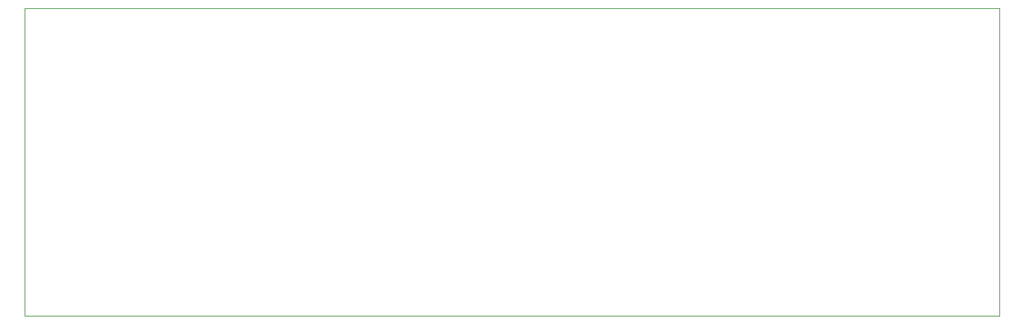
<source format=gm1>
%TF.GenerationSoftware,KiCad,Pcbnew,(6.0.2)*%
%TF.CreationDate,2022-05-27T21:50:11+02:00*%
%TF.ProjectId,divergence_meter_top,64697665-7267-4656-9e63-655f6d657465,rev?*%
%TF.SameCoordinates,Original*%
%TF.FileFunction,Profile,NP*%
%FSLAX46Y46*%
G04 Gerber Fmt 4.6, Leading zero omitted, Abs format (unit mm)*
G04 Created by KiCad (PCBNEW (6.0.2)) date 2022-05-27 21:50:11*
%MOMM*%
%LPD*%
G01*
G04 APERTURE LIST*
%TA.AperFunction,Profile*%
%ADD10C,0.100000*%
%TD*%
G04 APERTURE END LIST*
D10*
X90170000Y-88900000D02*
X210820000Y-88900000D01*
X210820000Y-88900000D02*
X210820000Y-127000000D01*
X210820000Y-127000000D02*
X90170000Y-127000000D01*
X90170000Y-127000000D02*
X90170000Y-88900000D01*
M02*

</source>
